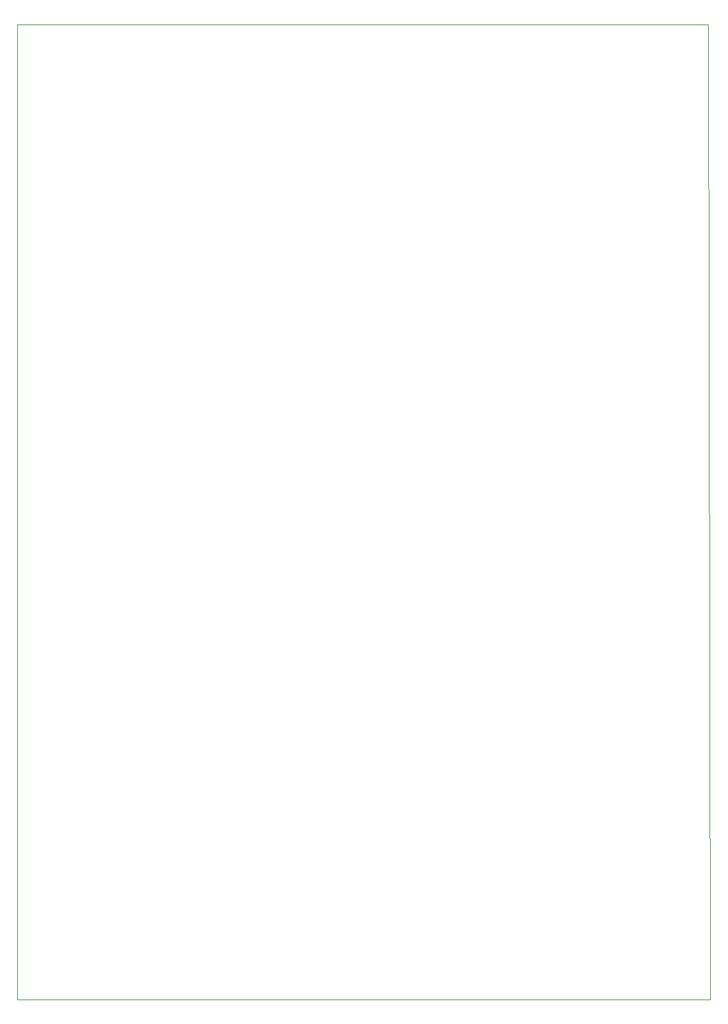
<source format=gm1>
G04 #@! TF.GenerationSoftware,KiCad,Pcbnew,(5.1.2)-2*
G04 #@! TF.CreationDate,2019-10-19T08:53:18-10:00*
G04 #@! TF.ProjectId,differtial_robot(v2),64696666-6572-4746-9961-6c5f726f626f,rev?*
G04 #@! TF.SameCoordinates,Original*
G04 #@! TF.FileFunction,Profile,NP*
%FSLAX46Y46*%
G04 Gerber Fmt 4.6, Leading zero omitted, Abs format (unit mm)*
G04 Created by KiCad (PCBNEW (5.1.2)-2) date 2019-10-19 08:53:18*
%MOMM*%
%LPD*%
G04 APERTURE LIST*
%ADD10C,0.050000*%
G04 APERTURE END LIST*
D10*
X164592000Y-58420000D02*
X76200000Y-58420000D01*
X164846000Y-183134000D02*
X164592000Y-58420000D01*
X76200000Y-183134000D02*
X164846000Y-183134000D01*
X76200000Y-58420000D02*
X76200000Y-183134000D01*
M02*

</source>
